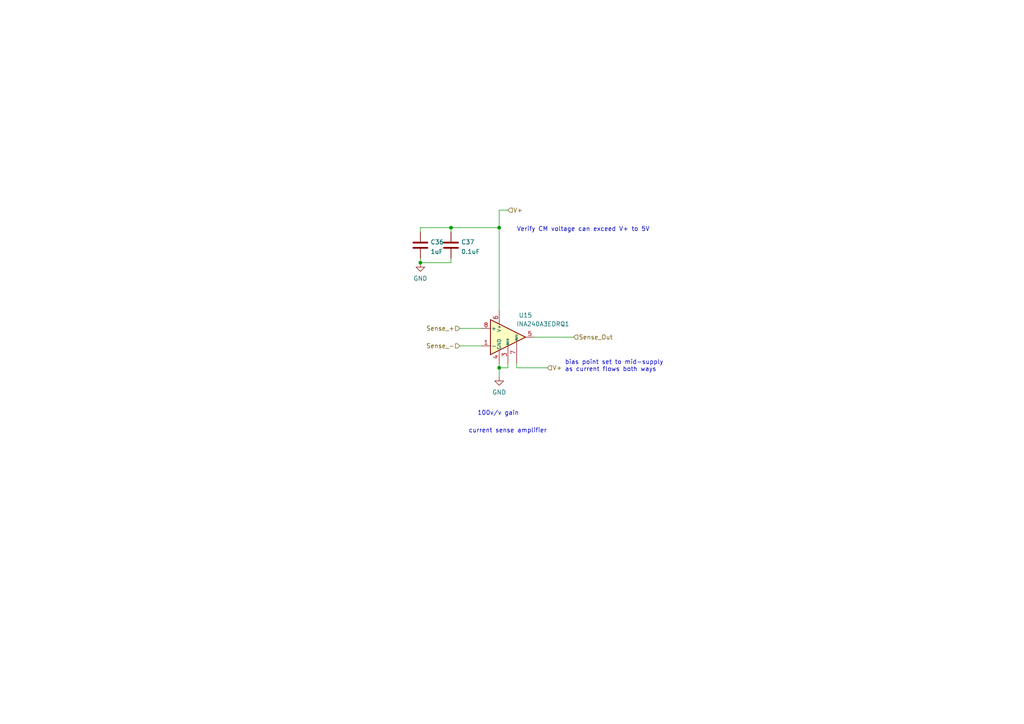
<source format=kicad_sch>
(kicad_sch (version 20230121) (generator eeschema)
  (paper "A4")
  (title_block (company "Sierra Lobo INC"))
  (lib_symbols
    (symbol "Device:C" (pin_numbers hide) (pin_names (offset 0.254))
      (property "Reference" "C" (at 0.635 2.54 0))
      (property "Value" "C" (at 0.635 -2.54 0))
      (symbol "C_0_1"
        (polyline (pts (xy -2.032 -0.762) (xy 2.032 -0.762)) (stroke (width 0.508)))
        (polyline (pts (xy -2.032 0.762) (xy 2.032 0.762)) (stroke (width 0.508)))
      )
      (symbol "C_1_1"
        (pin passive line (at 0 3.81 270) (length 2.794) (name "~") (number "1"))
        (pin passive line (at 0 -3.81 90) (length 2.794) (name "~") (number "2"))
      )
    )
    (symbol "FP-Interface-Card:INA240AxxD" (pin_names (offset 0.127))
      (property "Reference" "U" (at 3.81 3.81 0))
      (property "Value" "INA240AxxD" (at 3.81 -2.54 0))
      (symbol "INA240AxxD_0_1"
        (polyline (pts (xy 5.08 0) (xy -5.08 5.08) (xy -5.08 -5.08) (xy 5.08 0)) (stroke (width 0.254)) (fill (type background)))
      )
      (symbol "INA240AxxD_1_1"
        (pin input line (at -7.62 -2.54 0) (length 2.54) (name "-") (number "1"))
        (pin passive line (at -2.54 -7.62 90) (length 3.81) hide (name "GND") (number "2"))
        (pin passive line (at 0 -7.62 90) (length 5.08) (name "REF2") (number "3"))
        (pin power_in line (at -2.54 -7.62 90) (length 3.81) (name "GND") (number "4"))
        (pin output line (at 7.62 0 180) (length 2.54) (name "~") (number "5"))
        (pin power_in line (at -2.54 7.62 270) (length 3.81) (name "V+") (number "6"))
        (pin passive line (at 2.54 -7.62 90) (length 6.35) (name "REF1") (number "7"))
        (pin input line (at -7.62 2.54 0) (length 2.54) (name "+") (number "8"))
      )
    )
    (symbol "power:GND" (power) (pin_names (offset 0))
      (property "Value" "GND" (at 0 -3.81 0))
      (symbol "GND_0_1"
        (polyline (pts (xy 0 0) (xy 0 -1.27) (xy 1.27 -1.27) (xy 0 -2.54) (xy -1.27 -1.27) (xy 0 -1.27)))
      )
      (symbol "GND_1_1"
        (pin power_in line (at 0 0 270) (length 0) hide (name "GND") (number "1"))
      )
    )
  )
  (junction (at 144.78 66.04))
  (junction (at 121.92 76.2))
  (junction (at 144.78 106.68))
  (junction (at 130.81 66.04))
  (wire (pts (xy 133.35 100.33) (xy 139.7 100.33)))
  (wire (pts (xy 149.86 105.41) (xy 149.86 106.68)))
  (wire (pts (xy 144.78 105.41) (xy 144.78 106.68)))
  (wire (pts (xy 144.78 66.04) (xy 144.78 90.17)))
  (wire (pts (xy 144.78 106.68) (xy 144.78 109.22)))
  (wire (pts (xy 121.92 67.31) (xy 121.92 66.04)))
  (wire (pts (xy 130.81 66.04) (xy 130.81 67.31)))
  (wire (pts (xy 121.92 66.04) (xy 130.81 66.04)))
  (wire (pts (xy 130.81 66.04) (xy 144.78 66.04)))
  (wire (pts (xy 139.7 95.25) (xy 133.35 95.25)))
  (wire (pts (xy 149.86 106.68) (xy 158.75 106.68)))
  (wire (pts (xy 121.92 74.93) (xy 121.92 76.2)))
  (wire (pts (xy 130.81 76.2) (xy 130.81 74.93)))
  (wire (pts (xy 144.78 106.68) (xy 147.32 106.68)))
  (wire (pts (xy 147.32 105.41) (xy 147.32 106.68)))
  (wire (pts (xy 147.32 60.96) (xy 144.78 60.96)))
  (wire (pts (xy 144.78 60.96) (xy 144.78 66.04)))
  (wire (pts (xy 121.92 76.2) (xy 130.81 76.2)))
  (wire (pts (xy 154.94 97.79) (xy 166.37 97.79)))
  (text "current sense amplifier" (at 135.89 125.73 0) (effects (font (size 1.27 1.27)) (justify left bottom)))
  (text "Verify CM voltage can exceed V+ to 5V" (at 149.86 67.31 0) (effects (font (size 1.27 1.27)) (justify left bottom)))
  (text "bias point set to mid-supply\nas current flows both ways" (at 163.83 107.95 0) (effects (font (size 1.27 1.27)) (justify left bottom)))
  (text "100v/v gain" (at 138.43 120.65 0) (effects (font (size 1.27 1.27)) (justify left bottom)))
  (hierarchical_label "V+" (shape input) (at 158.75 106.68 0))
  (hierarchical_label "V+" (shape input) (at 147.32 60.96 0))
  (hierarchical_label "Sense_-" (shape input) (at 133.35 100.33 180))
  (hierarchical_label "Sense_Out" (shape input) (at 166.37 97.79 0))
  (hierarchical_label "Sense_+" (shape input) (at 133.35 95.25 180))
  (symbol (lib_id "Device:C") (at 121.92 71.12 0) (unit 1)
    (property "Reference" "C36" (at 124.841 70.2115 0) (effects (justify left)))
    (property "Value" "1uF" (at 124.841 72.9866 0) (effects (justify left)))
    (property "Footprint" "Capacitor_SMD:C_0603_1608Metric" (effects hide))
    (instances (project "FP Interface Card" (path "" (reference "C36") (unit 1)) (path "" (reference "C38") (unit 1)) (path "" (reference "C41") (unit 1))))
  )
  (symbol (lib_id "power:GND") (at 144.78 109.22 0) (unit 1)
    (property "Reference" "#PWR079" (effects hide))
    (property "Value" "GND" (at 144.78 113.7825 0))
    (instances (project "FP Interface Card" (path "" (reference "#PWR079") (unit 1)) (path "" (reference "#PWR081") (unit 1)) (path "" (reference "#PWR087") (unit 1))))
  )
  (symbol (lib_id "Device:C") (at 130.81 71.12 0) (unit 1)
    (property "Reference" "C37" (at 133.731 70.2115 0) (effects (justify left)))
    (property "Value" "0.1uF" (at 133.731 72.9866 0) (effects (justify left)))
    (property "Footprint" "Capacitor_SMD:C_0603_1608Metric" (effects hide))
    (instances (project "FP Interface Card" (path "" (reference "C37") (unit 1)) (path "" (reference "C39") (unit 1)) (path "" (reference "C42") (unit 1))))
  )
  (symbol (lib_id "FP-Interface-Card:INA240AxxD") (at 147.32 97.79 0) (unit 1)
    (property "Reference" "U15" (at 152.4 91.44 0))
    (property "Value" "INA240A3EDRQ1" (at 157.48 93.98 0))
    (property "Footprint" "Package_SO:SOIC-8_3.9x4.9mm_P1.27mm" (effects hide))
    (instances (project "FP Interface Card" (path "" (reference "U15") (unit 1)) (path "" (reference "U16") (unit 1)) (path "" (reference "U18") (unit 1))))
  )
  (symbol (lib_id "power:GND") (at 121.92 76.2 0) (unit 1)
    (property "Reference" "#PWR078" (effects hide))
    (property "Value" "GND" (at 121.92 80.7625 0))
    (instances (project "FP Interface Card" (path "" (reference "#PWR078") (unit 1)) (path "" (reference "#PWR080") (unit 1)) (path "" (reference "#PWR086") (unit 1))))
  )
)
</source>
